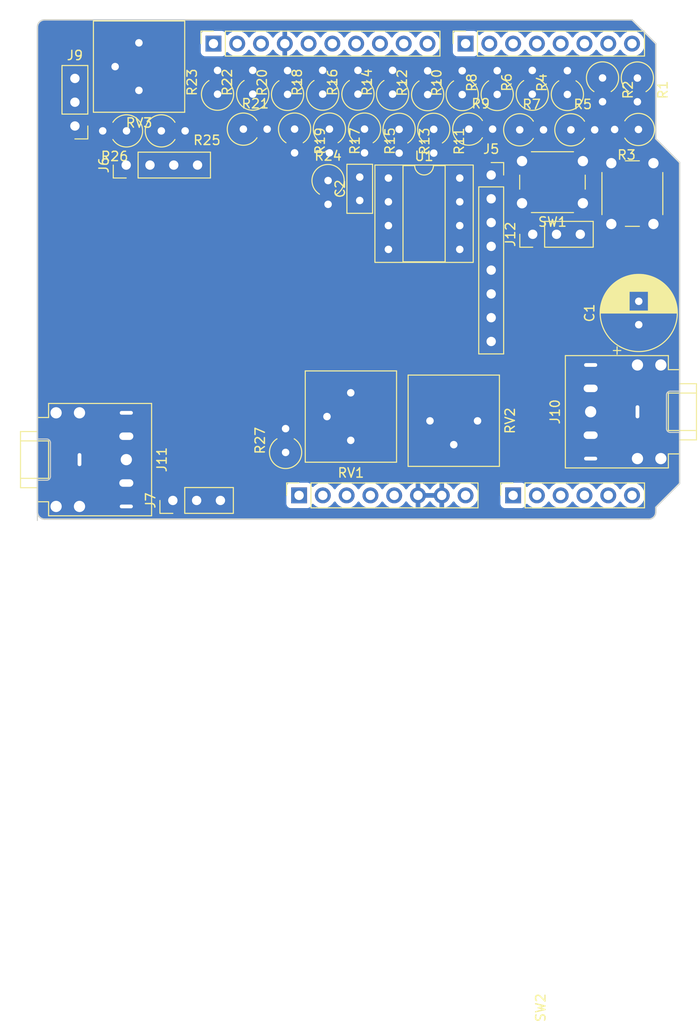
<source format=kicad_pcb>
(kicad_pcb (version 20241229) (generator "pcbnew") (generator_version "9.0")
  (title_block (date "mar. 31 mars 2015"))
  (layers (0 "F.Cu" signal) (2 "B.Cu" power) (13 "F.Paste" user) (15 "B.Paste" user) (5 "F.SilkS" user "F.Silkscreen") (7 "B.SilkS" user "B.Silkscreen") (1 "F.Mask" user) (3 "B.Mask" user) (25 "Edge.Cuts" user))
  (net 0 "")
  (net 1 "GND")
  (net 3 "+5V")
  (net 4 "/IOREF")
  (net 5 "/A0")
  (net 6 "/A1")
  (net 7 "/SDA{slash}A4")
  (net 8 "/SCL{slash}A5")
  (net 9 "/AREF")
  (net 10 "/TX{slash}1")
  (net 11 "/RX{slash}0")
  (net 12 "+3V3")
  (net 13 "VCC")
  (net 14 "/~{RESET}")
  (net 15 "/SCL")
  (net 16 "/SDA")
  (net 21 "/BT1")
  (net 22 "/BT2")
  (net 23 "Net-(C2-Pad2)")
  (net 24 "Net-(U1A--)")
  (net 25 "/D7")
  (net 26 "/D8")
  (net 27 "/D9")
  (net 28 "/D6")
  (net 29 "/D4")
  (net 30 "/D5")
  (net 31 "/IN_RIGHT")
  (net 32 "/IN_LEFT")
  (net 33 "/D3")
  (net 34 "/D2")
  (net 35 "/D0")
  (net 36 "/D1")
  (net 37 "/AUDIO_OUT")
  (net 38 "Net-(J9-Pin_3)")
  (net 39 "Net-(J9-Pin_2)")
  (net 40 "Net-(R3-Pad2)")
  (net 41 "Net-(R5-Pad1)")
  (net 42 "Net-(R7-Pad1)")
  (net 43 "Net-(R10-Pad1)")
  (net 44 "Net-(R11-Pad1)")
  (net 45 "Net-(R13-Pad1)")
  (net 46 "Net-(R15-Pad1)")
  (net 47 "Net-(R17-Pad1)")
  (net 48 "Net-(R19-Pad1)")
  (net 49 "Net-(R21-Pad1)")
  (net 50 "Net-(R25-Pad2)")
  (net 51 "Net-(R26-Pad1)")
  (net 52 "Net-(U1B--)")
  (footprint "Connector_PinSocket_2.54mm:PinSocket_1x08_P2.54mm_Vertical" (layer "F.Cu") (at 127.94 97.46 90)
    (property "Reference" "J1" (hide yes))
    (property "Value" "Power")
    (pad "1" thru_hole rect (at 0 0 90) (size 1.7 1.7) (drill 1) (layers "*.Cu" "*.Mask"))
    (pad "2" thru_hole oval (at 0 2.54 90) (size 1.7 1.7) (drill 1) (layers "*.Cu" "*.Mask") (net 4 "/IOREF"))
    (pad "3" thru_hole oval (at 0 5.08 90) (size 1.7 1.7) (drill 1) (layers "*.Cu" "*.Mask") (net 14 "/~{RESET}"))
    (pad "4" thru_hole oval (at 0 7.62 90) (size 1.7 1.7) (drill 1) (layers "*.Cu" "*.Mask") (net 12 "+3V3"))
    (pad "5" thru_hole oval (at 0 10.16 90) (size 1.7 1.7) (drill 1) (layers "*.Cu" "*.Mask") (net 3 "+5V"))
    (pad "6" thru_hole oval (at 0 12.7 90) (size 1.7 1.7) (drill 1) (layers "*.Cu" "*.Mask") (net 1 "GND"))
    (pad "7" thru_hole oval (at 0 15.24 90) (size 1.7 1.7) (drill 1) (layers "*.Cu" "*.Mask") (net 1 "GND"))
    (pad "8" thru_hole oval (at 0 17.78 90) (size 1.7 1.7) (drill 1) (layers "*.Cu" "*.Mask") (net 13 "VCC"))
  )
  (footprint "Connector_PinSocket_2.54mm:PinSocket_1x06_P2.54mm_Vertical" (layer "F.Cu") (at 150.8 97.46 90)
    (property "Reference" "J3" (hide yes))
    (property "Value" "Analog")
    (pad "1" thru_hole rect (at 0 0 90) (size 1.7 1.7) (drill 1) (layers "*.Cu" "*.Mask") (net 5 "/A0"))
    (pad "2" thru_hole oval (at 0 2.54 90) (size 1.7 1.7) (drill 1) (layers "*.Cu" "*.Mask") (net 6 "/A1"))
    (pad "3" thru_hole oval (at 0 5.08 90) (size 1.7 1.7) (drill 1) (layers "*.Cu" "*.Mask") (net 31 "/IN_RIGHT"))
    (pad "4" thru_hole oval (at 0 7.62 90) (size 1.7 1.7) (drill 1) (layers "*.Cu" "*.Mask") (net 32 "/IN_LEFT"))
    (pad "5" thru_hole oval (at 0 10.16 90) (size 1.7 1.7) (drill 1) (layers "*.Cu" "*.Mask") (net 7 "/SDA{slash}A4"))
    (pad "6" thru_hole oval (at 0 12.7 90) (size 1.7 1.7) (drill 1) (layers "*.Cu" "*.Mask") (net 8 "/SCL{slash}A5"))
  )
  (footprint "Connector_PinSocket_2.54mm:PinSocket_1x10_P2.54mm_Vertical" (layer "F.Cu") (at 118.796 49.2 90)
    (property "Reference" "J2" (hide yes))
    (property "Value" "Digital/PWM")
    (pad "1" thru_hole rect (at 0 0 90) (size 1.7 1.7) (drill 1) (layers "*.Cu" "*.Mask") (net 15 "/SCL"))
    (pad "2" thru_hole oval (at 0 2.54 90) (size 1.7 1.7) (drill 1) (layers "*.Cu" "*.Mask") (net 16 "/SDA"))
    (pad "3" thru_hole oval (at 0 5.08 90) (size 1.7 1.7) (drill 1) (layers "*.Cu" "*.Mask") (net 9 "/AREF"))
    (pad "4" thru_hole oval (at 0 7.62 90) (size 1.7 1.7) (drill 1) (layers "*.Cu" "*.Mask") (net 1 "GND"))
    (pad "5" thru_hole oval (at 0 10.16 90) (size 1.7 1.7) (drill 1) (layers "*.Cu" "*.Mask") (net 27 "/D9"))
    (pad "6" thru_hole oval (at 0 12.7 90) (size 1.7 1.7) (drill 1) (layers "*.Cu" "*.Mask") (net 26 "/D8"))
    (pad "7" thru_hole oval (at 0 15.24 90) (size 1.7 1.7) (drill 1) (layers "*.Cu" "*.Mask") (net 25 "/D7"))
    (pad "8" thru_hole oval (at 0 17.78 90) (size 1.7 1.7) (drill 1) (layers "*.Cu" "*.Mask") (net 28 "/D6"))
    (pad "9" thru_hole oval (at 0 20.32 90) (size 1.7 1.7) (drill 1) (layers "*.Cu" "*.Mask") (net 30 "/D5"))
    (pad "10" thru_hole oval (at 0 22.86 90) (size 1.7 1.7) (drill 1) (layers "*.Cu" "*.Mask") (net 29 "/D4"))
  )
  (footprint "Connector_PinSocket_2.54mm:PinSocket_1x08_P2.54mm_Vertical" (layer "F.Cu") (at 145.72 49.2 90)
    (property "Reference" "J4" (hide yes))
    (property "Value" "Digital/PWM")
    (pad "1" thru_hole rect (at 0 0 90) (size 1.7 1.7) (drill 1) (layers "*.Cu" "*.Mask") (net 33 "/D3"))
    (pad "2" thru_hole oval (at 0 2.54 90) (size 1.7 1.7) (drill 1) (layers "*.Cu" "*.Mask") (net 34 "/D2"))
    (pad "3" thru_hole oval (at 0 5.08 90) (size 1.7 1.7) (drill 1) (layers "*.Cu" "*.Mask") (net 36 "/D1"))
    (pad "4" thru_hole oval (at 0 7.62 90) (size 1.7 1.7) (drill 1) (layers "*.Cu" "*.Mask") (net 35 "/D0"))
    (pad "5" thru_hole oval (at 0 10.16 90) (size 1.7 1.7) (drill 1) (layers "*.Cu" "*.Mask") (net 22 "/BT2"))
    (pad "6" thru_hole oval (at 0 12.7 90) (size 1.7 1.7) (drill 1) (layers "*.Cu" "*.Mask") (net 21 "/BT1"))
    (pad "7" thru_hole oval (at 0 15.24 90) (size 1.7 1.7) (drill 1) (layers "*.Cu" "*.Mask") (net 10 "/TX{slash}1"))
    (pad "8" thru_hole oval (at 0 17.78 90) (size 1.7 1.7) (drill 1) (layers "*.Cu" "*.Mask") (net 11 "/RX{slash}0"))
  )
  (footprint "Resistor_THT:R_Axial_DIN0309_L9.0mm_D3.2mm_P2.54mm_Vertical" (layer "F.Cu") (at 146.066703 58.335164)
    (property "Reference" "R9" (at 1.27 -2.72 0) (layer "F.SilkS"))
    (property "Value" "10k")
    (pad "1" thru_hole circle (at 0 0) (size 1.6 1.6) (drill 0.8) (layers "*.Cu" "*.Mask") (net 43 "Net-(R10-Pad1)"))
    (pad "2" thru_hole circle (at 2.54 0) (size 1.6 1.6) (drill 0.8) (layers "*.Cu" "*.Mask") (net 42 "Net-(R7-Pad1)"))
  )
  (footprint "Resistor_THT:R_Axial_DIN0309_L9.0mm_D3.2mm_P2.54mm_Vertical" (layer "F.Cu") (at 138.625738 58.356971 -90)
    (property "Reference" "R13" (at 1.27 -2.72 90) (layer "F.SilkS"))
    (property "Value" "10k")
    (pad "1" thru_hole circle (at 0 0 270) (size 1.6 1.6) (drill 0.8) (layers "*.Cu" "*.Mask") (net 45 "Net-(R13-Pad1)"))
    (pad "2" thru_hole circle (at 2.54 0 270) (size 1.6 1.6) (drill 0.8) (layers "*.Cu" "*.Mask") (net 44 "Net-(R11-Pad1)"))
  )
  (footprint "Resistor_THT:R_Axial_DIN0309_L9.0mm_D3.2mm_P2.54mm_Vertical" (layer "F.Cu") (at 137.925567 54.596666 90)
    (property "Reference" "R14" (at 1.27 -2.72 90) (layer "F.SilkS"))
    (property "Value" "20k")
    (pad "1" thru_hole circle (at 0 0 90) (size 1.6 1.6) (drill 0.8) (layers "*.Cu" "*.Mask") (net 45 "Net-(R13-Pad1)"))
    (pad "2" thru_hole circle (at 2.54 0 90) (size 1.6 1.6) (drill 0.8) (layers "*.Cu" "*.Mask") (net 30 "/D5"))
  )
  (footprint "Resistor_THT:R_Axial_DIN0309_L9.0mm_D3.2mm_P2.54mm_Vertical" (layer "F.Cu") (at 130.457533 54.596666 90)
    (property "Reference" "R18" (at 1.27 -2.72 90) (layer "F.SilkS"))
    (property "Value" "20k")
    (pad "1" thru_hole circle (at 0 0 90) (size 1.6 1.6) (drill 0.8) (layers "*.Cu" "*.Mask") (net 47 "Net-(R17-Pad1)"))
    (pad "2" thru_hole circle (at 2.54 0 90) (size 1.6 1.6) (drill 0.8) (layers "*.Cu" "*.Mask") (net 25 "/D7"))
  )
  (footprint "Resistor_THT:R_Axial_DIN0309_L9.0mm_D3.2mm_P2.54mm_Vertical" (layer "F.Cu") (at 156.593772 54.631147 90)
    (property "Reference" "R4" (at 1.27 -2.72 90) (layer "F.SilkS"))
    (property "Value" "20k")
    (pad "1" thru_hole circle (at 0 0 90) (size 1.6 1.6) (drill 0.8) (layers "*.Cu" "*.Mask") (net 40 "Net-(R3-Pad2)"))
    (pad "2" thru_hole circle (at 2.54 0 90) (size 1.6 1.6) (drill 0.8) (layers "*.Cu" "*.Mask") (net 35 "/D0"))
  )
  (footprint "Resistor_THT:R_Axial_DIN0309_L9.0mm_D3.2mm_P2.54mm_Vertical" (layer "F.Cu") (at 134.928937 58.332161 -90)
    (property "Reference" "R15" (at 1.27 -2.72 90) (layer "F.SilkS"))
    (property "Value" "10k")
    (pad "1" thru_hole circle (at 0 0 270) (size 1.6 1.6) (drill 0.8) (layers "*.Cu" "*.Mask") (net 46 "Net-(R15-Pad1)"))
    (pad "2" thru_hole circle (at 2.54 0 270) (size 1.6 1.6) (drill 0.8) (layers "*.Cu" "*.Mask") (net 45 "Net-(R13-Pad1)"))
  )
  (footprint "Resistor_THT:R_Axial_DIN0309_L9.0mm_D3.2mm_P2.54mm_Vertical" (layer "F.Cu") (at 127.460903 58.332161 -90)
    (property "Reference" "R19" (at 1.27 -2.72 90) (layer "F.SilkS"))
    (property "Value" "10k")
    (pad "1" thru_hole circle (at 0 0 270) (size 1.6 1.6) (drill 0.8) (layers "*.Cu" "*.Mask") (net 48 "Net-(R19-Pad1)"))
    (pad "2" thru_hole circle (at 2.54 0 270) (size 1.6 1.6) (drill 0.8) (layers "*.Cu" "*.Mask") (net 47 "Net-(R17-Pad1)"))
  )
  (footprint "Capacitor_THT:C_Disc_D5.0mm_W2.5mm_P2.50mm" (layer "F.Cu") (at 134.418498 65.959157 90)
    (property "Reference" "C2" (at 1.25 -2.092307 90) (layer "F.SilkS"))
    (property "Value" "100pF")
    (pad "1" thru_hole circle (at 0 0 90) (size 1.6 1.6) (drill 0.8) (layers "*.Cu" "*.Mask") (net 24 "Net-(U1A--)"))
    (pad "2" thru_hole circle (at 2.5 0 90) (size 1.6 1.6) (drill 0.8) (layers "*.Cu" "*.Mask") (net 23 "Net-(C2-Pad2)"))
  )
  (footprint "Resistor_THT:R_Axial_DIN0309_L9.0mm_D3.2mm_P2.54mm_Vertical" (layer "F.Cu") (at 151.504981 58.409597)
    (property "Reference" "R7" (at 1.27 -2.72 0) (layer "F.SilkS"))
    (property "Value" "10k")
    (pad "1" thru_hole circle (at 0 0) (size 1.6 1.6) (drill 0.8) (layers "*.Cu" "*.Mask") (net 42 "Net-(R7-Pad1)"))
    (pad "2" thru_hole circle (at 2.54 0) (size 1.6 1.6) (drill 0.8) (layers "*.Cu" "*.Mask") (net 41 "Net-(R5-Pad1)"))
  )
  (footprint "Resistor_THT:R_Axial_DIN0309_L9.0mm_D3.2mm_P2.54mm_Vertical" (layer "F.Cu") (at 121.990805 58.336996)
    (property "Reference" "R21" (at 1.27 -2.72 0) (layer "F.SilkS"))
    (property "Value" "10k")
    (pad "1" thru_hole circle (at 0 0) (size 1.6 1.6) (drill 0.8) (layers "*.Cu" "*.Mask") (net 49 "Net-(R21-Pad1)"))
    (pad "2" thru_hole circle (at 2.54 0) (size 1.6 1.6) (drill 0.8) (layers "*.Cu" "*.Mask") (net 48 "Net-(R19-Pad1)"))
  )
  (footprint "Button_Switch_THT:SW_PUSH_6mm" (layer "F.Cu") (at 165.785091 61.970146 -90)
    (property "Reference" "SW2" (at 90.22 12.04 90) (layer "F.SilkS"))
    (property "Value" "BT_2")
    (pad "1" thru_hole circle (at 0 0) (size 2 2) (drill 1.1) (layers "*.Cu" "*.Mask") (net 3 "+5V"))
    (pad "1" thru_hole circle (at 6.5 0) (size 2 2) (drill 1.1) (layers "*.Cu" "*.Mask") (net 3 "+5V"))
    (pad "2" thru_hole circle (at 0 4.5) (size 2 2) (drill 1.1) (layers "*.Cu" "*.Mask") (net 22 "/BT2"))
    (pad "2" thru_hole circle (at 6.5 4.5) (size 2 2) (drill 1.1) (layers "*.Cu" "*.Mask") (net 22 "/BT2"))
  )
  (footprint "Resistor_THT:R_Axial_DIN0309_L9.0mm_D3.2mm_P2.54mm_Vertical" (layer "F.Cu") (at 126.711111 54.621477 90)
    (property "Reference" "R20" (at 1.27 -2.72 90) (layer "F.SilkS"))
    (property "Value" "20k")
    (pad "1" thru_hole circle (at 0 0 90) (size 1.6 1.6) (drill 0.8) (layers "*.Cu" "*.Mask") (net 48 "Net-(R19-Pad1)"))
    (pad "2" thru_hole circle (at 2.54 0 90) (size 1.6 1.6) (drill 0.8) (layers "*.Cu" "*.Mask") (net 26 "/D8"))
  )
  (footprint "Resistor_THT:R_Axial_DIN0309_L9.0mm_D3.2mm_P2.54mm_Vertical" (layer "F.Cu") (at 152.84735 54.606336 90)
    (property "Reference" "R6" (at 1.27 -2.72 90) (layer "F.SilkS"))
    (property "Value" "20k")
    (pad "1" thru_hole circle (at 0 0 90) (size 1.6 1.6) (drill 0.8) (layers "*.Cu" "*.Mask") (net 41 "Net-(R5-Pad1)"))
    (pad "2" thru_hole circle (at 2.54 0 90) (size 1.6 1.6) (drill 0.8) (layers "*.Cu" "*.Mask") (net 36 "/D1"))
  )
  (footprint "Connector_PinHeader_2.54mm:PinHeader_1x03_P2.54mm_Vertical" (layer "F.Cu") (at 114.46 98 90)
    (property "Reference" "J7" (at 0 -2.38 90) (layer "F.SilkS"))
    (property "Value" "AUDIO_OUT")
    (pad "1" thru_hole rect (at 0 0 90) (size 1.7 1.7) (drill 1) (layers "*.Cu" "*.Mask") (net 37 "/AUDIO_OUT"))
    (pad "2" thru_hole circle (at 0 2.54 90) (size 1.7 1.7) (drill 1) (layers "*.Cu" "*.Mask") (net 37 "/AUDIO_OUT"))
    (pad "3" thru_hole circle (at 0 5.08 90) (size 1.7 1.7) (drill 1) (layers "*.Cu" "*.Mask") (net 1 "GND"))
  )
  (footprint "Resistor_THT:R_Axial_DIN0309_L9.0mm_D3.2mm_P2.54mm_Vertical" (layer "F.Cu") (at 145.362075 54.642503 90)
    (property "Reference" "R10" (at 1.27 -2.72 90) (layer "F.SilkS"))
    (property "Value" "20k")
    (pad "1" thru_hole circle (at 0 0 90) (size 1.6 1.6) (drill 0.8) (layers "*.Cu" "*.Mask") (net 43 "Net-(R10-Pad1)"))
    (pad "2" thru_hole circle (at 2.54 0 90) (size 1.6 1.6) (drill 0.8) (layers "*.Cu" "*.Mask") (net 33 "/D3"))
  )
  (footprint "Connector_PinSocket_2.54mm:PinSocket_1x08_P2.54mm_Vertical" (layer "F.Cu") (at 148.457417 63.237225)
    (property "Reference" "J5" (at 0 -2.77 0) (layer "F.SilkS"))
    (property "Value" "IMU_CONN")
    (pad "1" thru_hole rect (at 0 0) (size 1.7 1.7) (drill 1) (layers "*.Cu" "*.Mask"))
    (pad "2" thru_hole circle (at 0 2.54) (size 1.7 1.7) (drill 1) (layers "*.Cu" "*.Mask"))
    (pad "3" thru_hole circle (at 0 5.08) (size 1.7 1.7) (drill 1) (layers "*.Cu" "*.Mask"))
    (pad "4" thru_hole circle (at 0 7.62) (size 1.7 1.7) (drill 1) (layers "*.Cu" "*.Mask"))
    (pad "5" thru_hole circle (at 0 10.16) (size 1.7 1.7) (drill 1) (layers "*.Cu" "*.Mask") (net 16 "/SDA"))
    (pad "6" thru_hole circle (at 0 12.7) (size 1.7 1.7) (drill 1) (layers "*.Cu" "*.Mask") (net 15 "/SCL"))
    (pad "7" thru_hole circle (at 0 15.24) (size 1.7 1.7) (drill 1) (layers "*.Cu" "*.Mask") (net 1 "GND"))
    (pad "8" thru_hole circle (at 0 17.78) (size 1.7 1.7) (drill 1) (layers "*.Cu" "*.Mask") (net 3 "+5V"))
  )
  (footprint "Resistor_THT:R_Axial_DIN0309_L9.0mm_D3.2mm_P2.54mm_Vertical" (layer "F.Cu") (at 109.509523 58.523076 180)
    (property "Reference" "R26" (at 1.27 -2.72 0) (layer "F.SilkS"))
    (property "Value" "20k")
    (pad "1" thru_hole circle (at 0 0 180) (size 1.6 1.6) (drill 0.8) (layers "*.Cu" "*.Mask") (net 51 "Net-(R26-Pad1)"))
    (pad "2" thru_hole circle (at 2.54 0 180) (size 1.6 1.6) (drill 0.8) (layers "*.Cu" "*.Mask") (net 1 "GND"))
  )
  (footprint "Connector_Audio:Jack_3.5mm_CUI_SJ1-3525N_Horizontal" (layer "F.Cu") (at 104.48966 93.639587 -90)
    (property "Reference" "J11" (at 0 -8.8 90) (layer "F.SilkS"))
    (property "Value" "AudioJack5")
    (fp_line (start -2.2 4.5) (end -6.5 4.5) (stroke (width 0.12)) (layer "Edge.Cuts"))
    (fp_line (start 2.2 4.5) (end 6.5 4.5) (stroke (width 0.12)) (layer "Edge.Cuts"))
    (fp_line (start -2.2 3.5) (end -2.2 4.5) (stroke (width 0.12)) (layer "Edge.Cuts"))
    (fp_line (start 2.2 3.5) (end 2.2 4.5) (stroke (width 0.12)) (layer "Edge.Cuts"))
    (fp_line (start 1.8 3.1) (end -1.8 3.1) (stroke (width 0.12)) (layer "Edge.Cuts"))
    (fp_arc (start -2.2 3.5) (mid -2.082842 3.217158) (end -1.8 3.1) (stroke (width 0.12)) (layer "Edge.Cuts"))
    (fp_arc (start 1.8 3.1) (mid 2.082843 3.217157) (end 2.2 3.5) (stroke (width 0.12)) (layer "Edge.Cuts"))
    (pad "" np_thru_hole circle (at -5 0 270) (size 1.2 1.2) (drill 1.2) (layers "*.Cu" "*.Mask"))
    (pad "" np_thru_hole circle (at -5 2.5 270) (size 1.2 1.2) (drill 1.2) (layers "*.Cu" "*.Mask"))
    (pad "" np_thru_hole circle (at 0 -5 270) (size 1.2 1.2) (drill 1.2) (layers "*.Cu" "*.Mask"))
    (pad "" np_thru_hole circle (at 5 0 270) (size 1.2 1.2) (drill 1.2) (layers "*.Cu" "*.Mask"))
    (pad "" np_thru_hole circle (at 5 2.5 270) (size 1.2 1.2) (drill 1.2) (layers "*.Cu" "*.Mask"))
    (pad "R" thru_hole oval (at -5 -5 270) (size 1.2 2.2) (drill oval 0.4 1.4) (layers "*.Cu" "*.Mask") (net 37 "/AUDIO_OUT"))
    (pad "RN" thru_hole oval (at -2.5 -5 270) (size 1.6 2.3) (drill oval 0.8 1.5) (layers "*.Cu" "*.Mask") (net 37 "/AUDIO_OUT"))
    (pad "S" thru_hole oval (at 0 0 270) (size 2.2 1.2) (drill oval 1.4 0.4) (layers "*.Cu" "*.Mask") (net 1 "GND"))
    (pad "T" thru_hole oval (at 5 -5 90) (size 1.2 2.2) (drill oval 0.4 1.4) (layers "*.Cu" "*.Mask") (net 37 "/AUDIO_OUT"))
    (pad "TN" thru_hole oval (at 2.5 -5 90) (size 1.6 2.5) (drill oval 0.8 1.5) (layers "*.Cu" "*.Mask") (net 37 "/AUDIO_OUT"))
  )
  (footprint "Resistor_THT:R_Axial_DIN0309_L9.0mm_D3.2mm_P2.54mm_Vertical" (layer "F.Cu") (at 156.971025 58.409597)
    (property "Reference" "R5" (at 1.27 -2.72 0) (layer "F.SilkS"))
    (property "Value" "10k")
    (pad "1" thru_hole circle (at 0 0) (size 1.6 1.6) (drill 0.8) (layers "*.Cu" "*.Mask") (net 41 "Net-(R5-Pad1)"))
    (pad "2" thru_hole circle (at 2.54 0) (size 1.6 1.6) (drill 0.8) (layers "*.Cu" "*.Mask") (net 40 "Net-(R3-Pad2)"))
  )
  (footprint "Capacitor_THT:CP_Radial_D8.0mm_P2.50mm" (layer "F.Cu") (at 164.216336 79.225398 90)
    (property "Reference" "C1" (at 1.25 -5.25 90) (layer "F.SilkS"))
    (property "Value" "47uF")
    (pad "1" thru_hole roundrect (at 0 0 90) (size 1.6 1.6) (drill 0.8) (layers "*.Cu" "*.Mask") (roundrect_rratio 0.15625) (net 3 "+5V"))
    (pad "2" thru_hole circle (at 2.5 0 90) (size 1.6 1.6) (drill 0.8) (layers "*.Cu" "*.Mask") (net 1 "GND"))
  )
  (footprint "Resistor_THT:R_Axial_DIN0309_L9.0mm_D3.2mm_P2.54mm_Vertical" (layer "F.Cu") (at 131.038217 63.829059 -90)
    (property "Reference" "R24" (at -2.63 0 0) (layer "F.SilkS"))
    (property "Value" "20k")
    (pad "1" thru_hole circle (at 0 0 270) (size 1.6 1.6) (drill 0.8) (layers "*.Cu" "*.Mask") (net 23 "Net-(C2-Pad2)"))
    (pad "2" thru_hole circle (at 2.54 0 270) (size 1.6 1.6) (drill 0.8) (layers "*.Cu" "*.Mask") (net 24 "Net-(U1A--)"))
  )
  (footprint "Resistor_THT:R_Axial_DIN0309_L9.0mm_D3.2mm_P2.54mm_Vertical" (layer "F.Cu") (at 141.67199 54.646288 90)
    (property "Reference" "R12" (at 1.27 -2.72 90) (layer "F.SilkS"))
    (property "Value" "20k")
    (pad "1" thru_hole circle (at 0 0 90) (size 1.6 1.6) (drill 0.8) (layers "*.Cu" "*.Mask") (net 44 "Net-(R11-Pad1)"))
    (pad "2" thru_hole circle (at 2.54 0 90) (size 1.6 1.6) (drill 0.8) (layers "*.Cu" "*.Mask") (net 29 "/D4"))
  )
  (footprint "Button_Switch_THT:SW_PUSH_6mm" (layer "F.Cu") (at 158.25 66.25 180)
    (property "Reference" "SW1" (at 3.25 -2 0) (layer "F.SilkS"))
    (property "Value" "BT_1")
    (pad "1" thru_hole circle (at 0 0 270) (size 2 2) (drill 1.1) (layers "*.Cu" "*.Mask") (net 3 "+5V"))
    (pad "1" thru_hole circle (at 6.5 0 270) (size 2 2) (drill 1.1) (layers "*.Cu" "*.Mask") (net 3 "+5V"))
    (pad "2" thru_hole circle (at 0 4.5 270) (size 2 2) (drill 1.1) (layers "*.Cu" "*.Mask") (net 21 "/BT1"))
    (pad "2" thru_hole circle (at 6.5 4.5 270) (size 2 2) (drill 1.1) (layers "*.Cu" "*.Mask") (net 21 "/BT1"))
  )
  (footprint "Resistor_THT:R_Axial_DIN0309_L9.0mm_D3.2mm_P2.54mm_Vertical" (layer "F.Cu") (at 142.322539 58.356971 -90)
    (property "Reference" "R11" (at 1.27 -2.72 90) (layer "F.SilkS"))
    (property "Value" "10k")
    (pad "1" thru_hole circle (at 0 0 270) (size 1.6 1.6) (drill 0.8) (layers "*.Cu" "*.Mask") (net 44 "Net-(R11-Pad1)"))
    (pad "2" thru_hole circle (at 2.54 0 270) (size 1.6 1.6) (drill 0.8) (layers "*.Cu" "*.Mask") (net 43 "Net-(R10-Pad1)"))
  )
  (footprint "Resistor_THT:R_Axial_DIN0309_L9.0mm_D3.2mm_P2.54mm_Vertical" (layer "F.Cu") (at 122.989499 54.596666 90)
    (property "Reference" "R22" (at 1.27 -2.72 90) (layer "F.SilkS"))
    (property "Value" "20k")
    (pad "1" thru_hole circle (at 0 0 90) (size 1.6 1.6) (drill 0.8) (layers "*.Cu" "*.Mask") (net 49 "Net-(R21-Pad1)"))
    (pad "2" thru_hole circle (at 2.54 0 90) (size 1.6 1.6) (drill 0.8) (layers "*.Cu" "*.Mask") (net 27 "/D9"))
  )
  (footprint "Connector_PinHeader_2.54mm:PinHeader_1x03_P2.54mm_Vertical" (layer "F.Cu") (at 152.893516 69.568956 90)
    (property "Reference" "J12" (at 0 -2.38 90) (layer "F.SilkS"))
    (property "Value" "AUDIO_IN")
    (pad "1" thru_hole rect (at 0 0 90) (size 1.7 1.7) (drill 1) (layers "*.Cu" "*.Mask") (net 1 "GND"))
    (pad "2" thru_hole circle (at 0 2.54 90) (size 1.7 1.7) (drill 1) (layers "*.Cu" "*.Mask") (net 31 "/IN_RIGHT"))
    (pad "3" thru_hole circle (at 0 5.08 90) (size 1.7 1.7) (drill 1) (layers "*.Cu" "*.Mask") (net 32 "/IN_LEFT"))
  )
  (footprint "Resistor_THT:R_Axial_DIN0309_L9.0mm_D3.2mm_P2.54mm_Vertical" (layer "F.Cu") (at 164.070207 52.876007 -90)
    (property "Reference" "R1" (at 1.27 -2.72 90) (layer "F.SilkS"))
    (property "Value" "100k")
    (pad "1" thru_hole circle (at 0 0 270) (size 1.6 1.6) (drill 0.8) (layers "*.Cu" "*.Mask") (net 21 "/BT1"))
    (pad "2" thru_hole circle (at 2.54 0 270) (size 1.6 1.6) (drill 0.8) (layers "*.Cu" "*.Mask") (net 1 "GND"))
  )
  (footprint "Resistor_THT:R_Axial_DIN0309_L9.0mm_D3.2mm_P2.54mm_Vertical" (layer "F.Cu") (at 126.5 92.87 90)
    (property "Reference" "R27" (at 1.27 -2.72 90) (layer "F.SilkS"))
    (property "Value" "1k")
    (pad "1" thru_hole circle (at 0 0 90) (size 1.6 1.6) (drill 0.8) (layers "*.Cu" "*.Mask") (net 37 "/AUDIO_OUT"))
    (pad "2" thru_hole circle (at 2.54 0 90) (size 1.6 1.6) (drill 0.8) (layers "*.Cu" "*.Mask") (net 23 "Net-(C2-Pad2)"))
  )
  (footprint "Resistor_THT:R_Axial_DIN0309_L9.0mm_D3.2mm_P2.54mm_Vertical" (layer "F.Cu") (at 131.182515 58.332161 -90)
    (property "Reference" "R17" (at 1.27 -2.72 90) (layer "F.SilkS"))
    (property "Value" "10k")
    (pad "1" thru_hole circle (at 0 0 270) (size 1.6 1.6) (drill 0.8) (layers "*.Cu" "*.Mask") (net 47 "Net-(R17-Pad1)"))
    (pad "2" thru_hole circle (at 2.54 0 270) (size 1.6 1.6) (drill 0.8) (layers "*.Cu" "*.Mask") (net 46 "Net-(R15-Pad1)"))
  )
  (footprint "Resistor_THT:R_Axial_DIN0309_L9.0mm_D3.2mm_P2.54mm_Vertical" (layer "F.Cu") (at 113.231135 58.523076)
    (property "Reference" "R25" (at 4.87 1 0) (layer "F.SilkS"))
    (property "Value" "20k")
    (pad "1" thru_hole circle (at 0 0) (size 1.6 1.6) (drill 0.8) (layers "*.Cu" "*.Mask") (net 3 "+5V"))
    (pad "2" thru_hole circle (at 2.54 0) (size 1.6 1.6) (drill 0.8) (layers "*.Cu" "*.Mask") (net 50 "Net-(R25-Pad2)"))
  )
  (footprint "Resistor_THT:R_Axial_DIN0309_L9.0mm_D3.2mm_P2.54mm_Vertical" (layer "F.Cu") (at 134.228766 54.596666 90)
    (property "Reference" "R16" (at 1.27 -2.72 90) (layer "F.SilkS"))
    (property "Value" "20k")
    (pad "1" thru_hole circle (at 0 0 90) (size 1.6 1.6) (drill 0.8) (layers "*.Cu" "*.Mask") (net 46 "Net-(R15-Pad1)"))
    (pad "2" thru_hole circle (at 2.54 0 90) (size 1.6 1.6) (drill 0.8) (layers "*.Cu" "*.Mask") (net 28 "/D6"))
  )
  (footprint "Potentiometer_THT:Potentiometer_Bourns_3386P_Vertical" (layer "F.Cu") (at 133.46 86.5 180)
    (property "Reference" "RV1" (at -0.015 -8.555 0) (layer "F.SilkS"))
    (property "Value" "100k")
    (pad "1" thru_hole circle (at 0 0 180) (size 1.44 1.44) (drill 0.8) (layers "*.Cu" "*.Mask") (net 3 "+5V"))
    (pad "2" thru_hole circle (at 2.54 -2.54 180) (size 1.44 1.44) (drill 0.8) (layers "*.Cu" "*.Mask") (net 5 "/A0"))
    (pad "3" thru_hole circle (at 0 -5.08 180) (size 1.44 1.44) (drill 0.8) (layers "*.Cu" "*.Mask") (net 1 "GND"))
  )
  (footprint "Resistor_THT:R_Axial_DIN0309_L9.0mm_D3.2mm_P2.54mm_Vertical" (layer "F.Cu") (at 160.348595 52.868327 -90)
    (property "Reference" "R2" (at 1.27 -2.72 90) (layer "F.SilkS"))
    (property "Value" "100k")
    (pad "1" thru_hole circle (at 0 0 270) (size 1.6 1.6) (drill 0.8) (layers "*.Cu" "*.Mask") (net 22 "/BT2"))
    (pad "2" thru_hole circle (at 2.54 0 270) (size 1.6 1.6) (drill 0.8) (layers "*.Cu" "*.Mask") (net 1 "GND"))
  )
  (footprint "Package_DIP:DIP-8_W7.62mm_Socket_LongPads" (layer "F.Cu") (at 137.480109 63.560879)
    (property "Reference" "U1" (at 3.81 -2.33 0) (layer "F.SilkS"))
    (property "Value" "MCP6002-xP")
    (pad "1" thru_hole roundrect (at 0 0) (size 2.4 1.6) (drill 0.8) (layers "*.Cu" "*.Mask") (roundrect_rratio 0.15625) (net 23 "Net-(C2-Pad2)"))
    (pad "2" thru_hole oval (at 0 2.54) (size 2.4 1.6) (drill 0.8) (layers "*.Cu" "*.Mask") (net 24 "Net-(U1A--)"))
    (pad "3" thru_hole oval (at 0 5.08) (size 2.4 1.6) (drill 0.8) (layers "*.Cu" "*.Mask") (net 39 "Net-(J9-Pin_2)"))
    (pad "4" thru_hole oval (at 0 7.62) (size 2.4 1.6) (drill 0.8) (layers "*.Cu" "*.Mask") (net 1 "GND"))
    (pad "5" thru_hole oval (at 7.62 7.62) (size 2.4 1.6) (drill 0.8) (layers "*.Cu" "*.Mask") (net 1 "GND"))
    (pad "6" thru_hole oval (at 7.62 5.08) (size 2.4 1.6) (drill 0.8) (layers "*.Cu" "*.Mask") (net 52 "Net-(U1B--)"))
    (pad "7" thru_hole oval (at 7.62 2.54) (size 2.4 1.6) (drill 0.8) (layers "*.Cu" "*.Mask") (net 52 "Net-(U1B--)"))
    (pad "8" thru_hole oval (at 7.62 0) (size 2.4 1.6) (drill 0.8) (layers "*.Cu" "*.Mask") (net 3 "+5V"))
  )
  (footprint "Connector_PinHeader_2.54mm:PinHeader_1x03_P2.54mm_Vertical" (layer "F.Cu") (at 104 58 180)
    (property "Reference" "J9" (at 0 7.54 0) (layer "F.SilkS"))
    (property "Value" "JUMPER")
    (pad "1" thru_hole rect (at 0 0 180) (size 1.7 1.7) (drill 1) (layers "*.Cu" "*.Mask") (net 1 "GND"))
    (pad "2" thru_hole circle (at 0 2.54 180) (size 1.7 1.7) (drill 1) (layers "*.Cu" "*.Mask") (net 39 "Net-(J9-Pin_2)"))
    (pad "3" thru_hole circle (at 0 5.08 180) (size 1.7 1.7) (drill 1) (layers "*.Cu" "*.Mask") (net 38 "Net-(J9-Pin_3)"))
  )
  (footprint "Resistor_THT:R_Axial_DIN0309_L9.0mm_D3.2mm_P2.54mm_Vertical" (layer "F.Cu") (at 164.181794 58.37238 180)
    (property "Reference" "R3" (at 1.27 -2.72 0) (layer "F.SilkS"))
    (property "Value" "20k")
    (pad "1" thru_hole circle (at 0 0 180) (size 1.6 1.6) (drill 0.8) (layers "*.Cu" "*.Mask") (net 1 "GND"))
    (pad "2" thru_hole circle (at 2.54 0 180) (size 1.6 1.6) (drill 0.8) (layers "*.Cu" "*.Mask") (net 40 "Net-(R3-Pad2)"))
  )
  (footprint "Connector_Audio:Jack_3.5mm_CUI_SJ1-3525N_Horizontal" (layer "F.Cu") (at 164.078993 88.529403 90)
    (property "Reference" "J10" (at 0 -8.8 90) (layer "F.SilkS"))
    (property "Value" "AudioJack5")
    (fp_line (start 1.8 3.1) (end -1.8 3.1) (stroke (width 0.12)) (layer "Edge.Cuts"))
    (fp_line (start 2.2 3.5) (end 2.2 4.5) (stroke (width 0.12)) (layer "Edge.Cuts"))
    (fp_line (start -2.2 3.5) (end -2.2 4.5) (stroke (width 0.12)) (layer "Edge.Cuts"))
    (fp_line (start 2.2 4.5) (end 6.5 4.5) (stroke (width 0.12)) (layer "Edge.Cuts"))
    (fp_line (start -2.2 4.5) (end -6.5 4.5) (stroke (width 0.12)) (layer "Edge.Cuts"))
    (fp_arc (start 1.8 3.1) (mid 2.082843 3.217157) (end 2.2 3.5) (stroke (width 0.12)) (layer "Edge.Cuts"))
    (fp_arc (start -2.2 3.5) (mid -2.082842 3.217158) (end -1.8 3.1) (stroke (width 0.12)) (layer "Edge.Cuts"))
    (pad "" np_thru_hole circle (at -5 0 90) (size 1.2 1.2) (drill 1.2) (layers "*.Cu" "*.Mask"))
    (pad "" np_thru_hole circle (at -5 2.5 90) (size 1.2 1.2) (drill 1.2) (layers "*.Cu" "*.Mask"))
    (pad "" np_thru_hole circle (at 0 -5 90) (size 1.2 1.2) (drill 1.2) (layers "*.Cu" "*.Mask"))
    (pad "" np_thru_hole circle (at 5 0 90) (size 1.2 1.2) (drill 1.2) (layers "*.Cu" "*.Mask"))
    (pad "" np_thru_hole circle (at 5 2.5 90) (size 1.2 1.2) (drill 1.2) (layers "*.Cu" "*.Mask"))
    (pad "R" thru_hole oval (at -5 -5 90) (size 1.2 2.2) (drill oval 0.4 1.4) (layers "*.Cu" "*.Mask") (net 31 "/IN_RIGHT"))
    (pad "RN" thru_hole oval (at -2.5 -5 90) (size 1.6 2.3) (drill oval 0.8 1.5) (layers "*.Cu" "*.Mask") (net 31 "/IN_RIGHT"))
    (pad "S" thru_hole oval (at 0 0 90) (size 2.2 1.2) (drill oval 1.4 0.4) (layers "*.Cu" "*.Mask") (net 1 "GND"))
    (pad "T" thru_hole oval (at 5 -5 270) (size 1.2 2.2) (drill oval 0.4 1.4) (layers "*.Cu" "*.Mask") (net 32 "/IN_LEFT"))
    (pad "TN" thru_hole oval (at 2.5 -5 270) (size 1.6 2.5) (drill oval 0.8 1.5) (layers "*.Cu" "*.Mask") (net 32 "/IN_LEFT"))
  )
  (footprint "Potentiometer_THT:Potentiometer_Bourns_3386P_Vertical" (layer "F.Cu") (at 110.835347 49.116703 180)
    (property "Reference" "RV3" (at -0.015 -8.555 0) (layer "F.SilkS"))
    (property "Value" "100k")
    (pad "1" thru_hole circle (at 0 0 180) (size 1.44 1.44) (drill 0.8) (layers "*.Cu" "*.Mask") (net 50 "Net-(R25-Pad2)"))
    (pad "2" thru_hole circle (at 2.54 -2.54 180) (size 1.44 1.44) (drill 0.8) (layers "*.Cu" "*.Mask") (net 38 "Net-(J9-Pin_3)"))
    (pad "3" thru_hole circle (at 0 -5.08 180) (size 1.44 1.44) (drill 0.8) (layers "*.Cu" "*.Mask") (net 51 "Net-(R26-Pad1)"))
  )
  (footprint "Potentiometer_THT:Potentiometer_Bourns_3386P_Vertical" (layer "F.Cu") (at 141.92 89.5 -90)
    (property "Reference" "RV2" (at -0.015 -8.555 90) (layer "F.SilkS"))
    (property "Value" "100k")
    (pad "1" thru_hole circle (at 0 0 270) (size 1.44 1.44) (drill 0.8) (layers "*.Cu" "*.Mask") (net 3 "+5V"))
    (pad "2" thru_hole circle (at 2.54 -2.54 270) (size 1.44 1.44) (drill 0.8) (layers "*.Cu" "*.Mask") (net 6 "/A1"))
    (pad "3" thru_hole circle (at 0 -5.08 270) (size 1.44 1.44) (drill 0.8) (layers "*.Cu" "*.Mask") (net 1 "GND"))
  )
  (footprint "Resistor_THT:R_Axial_DIN0309_L9.0mm_D3.2mm_P2.54mm_Vertical" (layer "F.Cu") (at 149.100927 54.631147 90)
    (property "Reference" "R8" (at 1.27 -2.72 90) (layer "F.SilkS"))
    (property "Value" "20k")
    (pad "1" thru_hole circle (at 0 0 90) (size 1.6 1.6) (drill 0.8) (layers "*.Cu" "*.Mask") (net 42 "Net-(R7-Pad1)"))
    (pad "2" thru_hole circle (at 2.54 0 90) (size 1.6 1.6) (drill 0.8) (layers "*.Cu" "*.Mask") (net 34 "/D2"))
  )
  (footprint "Connector_PinHeader_2.54mm:PinHeader_1x04_P2.54mm_Vertical" (layer "F.Cu") (at 109.476959 62.174908 90)
    (property "Reference" "J6" (at 0 -2.38 90) (layer "F.SilkS"))
    (property "Value" "SCREEN_CONN")
    (pad "1" thru_hole rect (at 0 0 90) (size 1.7 1.7) (drill 1) (layers "*.Cu" "*.Mask") (net 1 "GND"))
    (pad "2" thru_hole circle (at 0 2.54 90) (size 1.7 1.7) (drill 1) (layers "*.Cu" "*.Mask") (net 3 "+5V"))
    (pad "3" thru_hole circle (at 0 5.08 90) (size 1.7 1.7) (drill 1) (layers "*.Cu" "*.Mask") (net 15 "/SCL"))
    (pad "4" thru_hole circle (at 0 7.62 90) (size 1.7 1.7) (drill 1) (layers "*.Cu" "*.Mask") (net 16 "/SDA"))
  )
  (footprint "Resistor_THT:R_Axial_DIN0309_L9.0mm_D3.2mm_P2.54mm_Vertical" (layer "F.Cu") (at 119.232234 54.601501 90)
    (property "Reference" "R23" (at 1.27 -2.72 90) (layer "F.SilkS"))
    (property "Value" "20k")
    (pad "1" thru_hole circle (at 0 0 90) (size 1.6 1.6) (drill 0.8) (layers "*.Cu" "*.Mask") (net 24 "Net-(U1A--)"))
    (pad "2" thru_hole circle (at 2.54 0 90) (size 1.6 1.6) (drill 0.8) (layers "*.Cu" "*.Mask") (net 49 "Net-(R21-Pad1)"))
  )
  (gr_line (start 166.04 59.36) (end 168.58 61.9) (stroke (width 0.15)) (layer "Edge.Cuts"))
  (gr_line (start 100 99.238) (end 100 47.422) (stroke (width 0.15)) (layer "Edge.Cuts"))
  (gr_line (start 168.58 61.9) (end 168.58 96.19) (stroke (width 0.15)) (layer "Edge.Cuts"))
  (gr_line (start 165.278 100) (end 100.762 100) (stroke (width 0.15)) (layer "Edge.Cuts"))
  (gr_line (start 100.762 46.66) (end 163.5 46.66) (stroke (width 0.15)) (layer "Edge.Cuts"))
  (gr_arc (start 100.762 100) (mid 100.223185 99.776815) (end 100 99.238) (stroke (width 0.15)) (layer "Edge.Cuts"))
  (gr_line (start 168.58 96.19) (end 166.04 98.73) (stroke (width 0.15)) (layer "Edge.Cuts"))
  (gr_line (start 163.5 46.66) (end 166.04 49.2) (stroke (width 0.15)) (layer "Edge.Cuts"))
  (gr_arc (start 166.04 99.238) (mid 165.816815 99.776815) (end 165.278 100) (stroke (width 0.15)) (layer "Edge.Cuts"))
  (gr_line (start 166.04 49.2) (end 166.04 59.36) (stroke (width 0.15)) (layer "Edge.Cuts"))
  (gr_line (start 166.04 98.73) (end 166.04 99.238) (stroke (width 0.15)) (layer "Edge.Cuts"))
  (gr_arc (start 100 47.422) (mid 100.223185 46.883185) (end 100.762 46.66) (stroke (width 0.15)) (layer "Edge.Cuts"))
  (zone (net 1) (net_name "GND") (layer "B.Cu") (connect_pads (clearance 0.508)) (min_thickness 0.25) (fill yes (thermal_gap 0.5) (thermal_bridge_width 0.5))
    (polygon (pts (xy 97.5 45) (xy 96 103.5) (xy 169.5 103.5) (xy 169.5 45)))
  )
)
</source>
